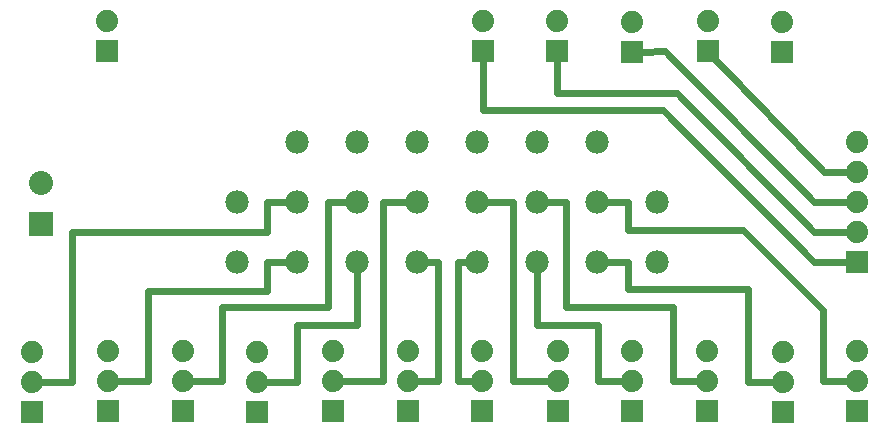
<source format=gbl>
G04 MADE WITH FRITZING*
G04 WWW.FRITZING.ORG*
G04 DOUBLE SIDED*
G04 HOLES PLATED*
G04 CONTOUR ON CENTER OF CONTOUR VECTOR*
%ASAXBY*%
%FSLAX23Y23*%
%MOIN*%
%OFA0B0*%
%SFA1.0B1.0*%
%ADD10C,0.074000*%
%ADD11C,0.080000*%
%ADD12C,0.078000*%
%ADD13R,0.074000X0.074000*%
%ADD14R,0.080000X0.080000*%
%ADD15C,0.024000*%
%LNCOPPER0*%
G90*
G70*
G54D10*
X374Y1425D03*
X374Y1525D03*
X2874Y226D03*
X2874Y326D03*
X2874Y426D03*
X2626Y224D03*
X2626Y324D03*
X2626Y424D03*
X2373Y226D03*
X2373Y326D03*
X2373Y426D03*
X2124Y225D03*
X2124Y325D03*
X2124Y425D03*
X1875Y227D03*
X1875Y327D03*
X1875Y427D03*
X1624Y225D03*
X1624Y325D03*
X1624Y425D03*
X1375Y227D03*
X1375Y327D03*
X1375Y427D03*
X1126Y226D03*
X1126Y326D03*
X1126Y426D03*
X874Y224D03*
X874Y324D03*
X874Y424D03*
X625Y226D03*
X625Y326D03*
X625Y426D03*
X376Y225D03*
X376Y325D03*
X376Y425D03*
X124Y224D03*
X124Y324D03*
X124Y424D03*
X2873Y724D03*
X2873Y824D03*
X2873Y924D03*
X2873Y1024D03*
X2873Y1124D03*
X2624Y1423D03*
X2624Y1523D03*
X2375Y1425D03*
X2375Y1525D03*
X2123Y1424D03*
X2123Y1524D03*
X1874Y1426D03*
X1874Y1526D03*
X1625Y1425D03*
X1625Y1525D03*
G54D11*
X154Y849D03*
X154Y987D03*
G54D12*
X1008Y1124D03*
X1208Y1124D03*
X1408Y1124D03*
X1608Y1124D03*
X1808Y1124D03*
X2008Y1124D03*
X808Y724D03*
X1008Y724D03*
X1208Y724D03*
X1408Y724D03*
X1608Y724D03*
X1808Y724D03*
X2008Y724D03*
X2208Y724D03*
X808Y924D03*
X1008Y924D03*
X1208Y924D03*
X1408Y924D03*
X1608Y924D03*
X1808Y924D03*
X2008Y924D03*
X2208Y924D03*
G54D13*
X374Y1425D03*
X2874Y226D03*
X2626Y224D03*
X2373Y226D03*
X2124Y225D03*
X1875Y227D03*
X1624Y225D03*
X1375Y227D03*
X1126Y226D03*
X874Y224D03*
X625Y226D03*
X376Y225D03*
X124Y224D03*
X2873Y724D03*
X2624Y1423D03*
X2375Y1425D03*
X2123Y1424D03*
X1874Y1426D03*
X1625Y1425D03*
G54D14*
X154Y849D03*
G54D15*
X2730Y724D02*
X2842Y724D01*
D02*
X2226Y1228D02*
X2730Y724D01*
D02*
X1625Y1228D02*
X2226Y1228D01*
D02*
X1625Y1394D02*
X1625Y1228D01*
D02*
X2730Y824D02*
X2842Y824D01*
D02*
X2273Y1285D02*
X2730Y824D01*
D02*
X1874Y1285D02*
X2273Y1285D01*
D02*
X1874Y1395D02*
X1874Y1285D01*
D02*
X2232Y1425D02*
X2730Y924D01*
D02*
X2730Y924D02*
X2842Y924D01*
D02*
X2154Y1424D02*
X2232Y1425D01*
D02*
X2763Y1024D02*
X2842Y1024D01*
D02*
X2397Y1403D02*
X2763Y1024D01*
D02*
X257Y324D02*
X257Y821D01*
D02*
X257Y821D02*
X905Y821D01*
D02*
X905Y821D02*
X905Y924D01*
D02*
X905Y924D02*
X978Y924D01*
D02*
X155Y324D02*
X257Y324D01*
D02*
X511Y325D02*
X511Y627D01*
D02*
X511Y627D02*
X908Y627D01*
D02*
X908Y627D02*
X908Y724D01*
D02*
X908Y724D02*
X978Y724D01*
D02*
X407Y325D02*
X511Y325D01*
D02*
X758Y571D02*
X1111Y571D01*
D02*
X758Y326D02*
X758Y571D01*
D02*
X1111Y571D02*
X1111Y924D01*
D02*
X1111Y924D02*
X1178Y924D01*
D02*
X656Y326D02*
X758Y326D01*
D02*
X1008Y324D02*
X1008Y514D01*
D02*
X1008Y514D02*
X1208Y514D01*
D02*
X1208Y514D02*
X1208Y694D01*
D02*
X905Y324D02*
X1008Y324D01*
D02*
X1292Y326D02*
X1292Y924D01*
D02*
X1292Y924D02*
X1378Y924D01*
D02*
X1157Y326D02*
X1292Y326D01*
D02*
X1478Y327D02*
X1478Y724D01*
D02*
X1478Y724D02*
X1439Y724D01*
D02*
X1406Y327D02*
X1478Y327D01*
D02*
X1542Y325D02*
X1593Y325D01*
D02*
X1542Y724D02*
X1542Y325D01*
D02*
X1578Y724D02*
X1542Y724D01*
D02*
X1725Y924D02*
X1725Y327D01*
D02*
X1725Y327D02*
X1844Y327D01*
D02*
X1639Y924D02*
X1725Y924D01*
D02*
X2009Y325D02*
X2093Y325D01*
D02*
X2009Y514D02*
X2009Y325D01*
D02*
X1808Y514D02*
X2009Y514D01*
D02*
X1808Y694D02*
X1808Y514D01*
D02*
X2259Y326D02*
X2342Y326D01*
D02*
X2259Y574D02*
X2259Y326D01*
D02*
X1902Y574D02*
X2259Y574D01*
D02*
X1902Y924D02*
X1902Y574D01*
D02*
X1839Y924D02*
X1902Y924D01*
D02*
X2509Y324D02*
X2594Y324D01*
D02*
X2509Y631D02*
X2509Y324D01*
D02*
X2109Y631D02*
X2509Y631D01*
D02*
X2109Y724D02*
X2109Y631D01*
D02*
X2039Y724D02*
X2109Y724D01*
D02*
X2760Y564D02*
X2760Y326D01*
D02*
X2760Y326D02*
X2843Y326D01*
D02*
X2493Y828D02*
X2760Y564D01*
D02*
X2109Y828D02*
X2493Y828D01*
D02*
X2109Y924D02*
X2109Y828D01*
D02*
X2039Y924D02*
X2109Y924D01*
G04 End of Copper0*
M02*
</source>
